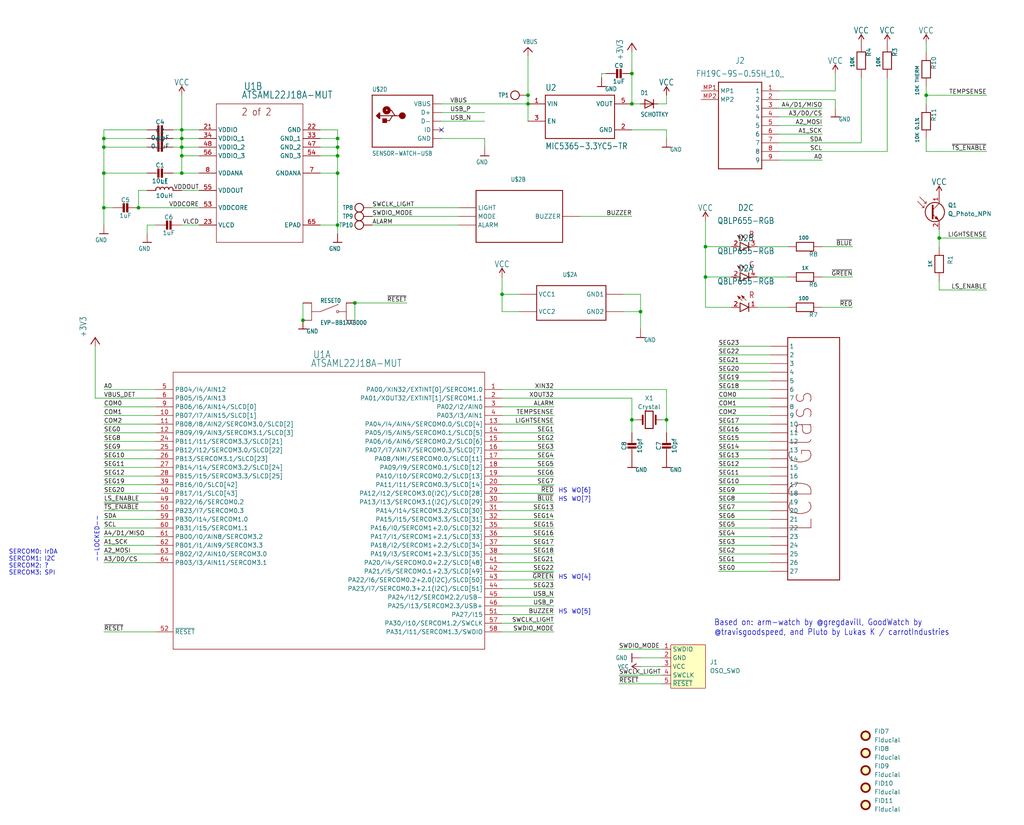
<source format=kicad_sch>
(kicad_sch (version 20211123) (generator eeschema)
  (paper "User" 300.507 242.062)
  (junction (at 185.42 123.19))
  (junction (at 154.94 27.94))
  (junction (at 88.9 93.98))
  (junction (at 30.48 40.64))
  (junction (at 185.42 21.59))
  (junction (at 207.01 72.39))
  (junction (at 99.06 45.72))
  (junction (at 53.34 43.18))
  (junction (at 99.06 66.04))
  (junction (at 30.48 60.96))
  (junction (at 53.34 40.64))
  (junction (at 30.48 50.8))
  (junction (at 99.06 40.64))
  (junction (at 185.42 30.48))
  (junction (at 40.64 60.96))
  (junction (at 187.96 91.44))
  (junction (at 271.78 27.94))
  (junction (at 195.58 123.19))
  (junction (at 53.34 45.72))
  (junction (at 207.01 81.28))
  (junction (at 53.34 50.8))
  (junction (at 53.34 38.1))
  (junction (at 154.94 30.48))
  (junction (at 30.48 43.18))
  (junction (at 104.14 88.9))
  (junction (at 99.06 43.18))
  (junction (at 275.59 69.85))
  (junction (at 99.06 50.8))
  (junction (at 147.32 86.36))
  (no_connect (at 129.54 38.1))
  (wire (pts (xy 147.32 157.48) (xy 162.56 157.48)))
  (wire (pts (xy 245.11 31.75) (xy 245.11 29.21)))
  (wire (pts (xy 187.96 30.48) (xy 185.42 30.48)))
  (wire (pts (xy 185.42 116.84) (xy 147.32 116.84)))
  (wire (pts (xy 147.32 172.72) (xy 162.56 172.72)))
  (wire (pts (xy 104.14 88.9) (xy 104.14 93.98)))
  (wire (pts (xy 181.61 190.5) (xy 194.31 190.5)))
  (wire (pts (xy 27.94 101.6) (xy 27.94 116.84)))
  (wire (pts (xy 210.82 157.48) (xy 226.06 157.48)))
  (wire (pts (xy 181.61 200.66) (xy 194.31 200.66)))
  (wire (pts (xy 53.34 43.18) (xy 53.34 40.64)))
  (wire (pts (xy 58.42 66.04) (xy 53.34 66.04)))
  (wire (pts (xy 162.56 175.26) (xy 147.32 175.26)))
  (wire (pts (xy 195.58 114.3) (xy 195.58 123.19)))
  (wire (pts (xy 275.59 85.09) (xy 289.56 85.09)))
  (wire (pts (xy 241.3 39.37) (xy 228.6 39.37)))
  (wire (pts (xy 187.96 86.36) (xy 187.96 91.44)))
  (wire (pts (xy 58.42 60.96) (xy 40.64 60.96)))
  (wire (pts (xy 210.82 132.08) (xy 226.06 132.08)))
  (wire (pts (xy 271.78 27.94) (xy 289.56 27.94)))
  (wire (pts (xy 147.32 114.3) (xy 195.58 114.3)))
  (wire (pts (xy 195.58 30.48) (xy 195.58 27.94)))
  (wire (pts (xy 30.48 149.86) (xy 45.72 149.86)))
  (wire (pts (xy 33.02 60.96) (xy 30.48 60.96)))
  (wire (pts (xy 147.32 154.94) (xy 162.56 154.94)))
  (wire (pts (xy 245.11 26.67) (xy 245.11 21.59)))
  (wire (pts (xy 177.8 21.59) (xy 176.53 21.59)))
  (wire (pts (xy 99.06 40.64) (xy 99.06 43.18)))
  (wire (pts (xy 185.42 123.19) (xy 186.69 123.19)))
  (wire (pts (xy 275.59 69.85) (xy 275.59 67.31)))
  (wire (pts (xy 210.82 137.16) (xy 226.06 137.16)))
  (wire (pts (xy 43.18 40.64) (xy 30.48 40.64)))
  (wire (pts (xy 45.72 124.46) (xy 30.48 124.46)))
  (wire (pts (xy 30.48 142.24) (xy 45.72 142.24)))
  (wire (pts (xy 147.32 165.1) (xy 162.56 165.1)))
  (wire (pts (xy 185.42 38.1) (xy 195.58 38.1)))
  (wire (pts (xy 99.06 50.8) (xy 93.98 50.8)))
  (wire (pts (xy 30.48 132.08) (xy 45.72 132.08)))
  (wire (pts (xy 58.42 50.8) (xy 53.34 50.8)))
  (wire (pts (xy 226.06 121.92) (xy 210.82 121.92)))
  (wire (pts (xy 187.96 86.36) (xy 182.88 86.36)))
  (wire (pts (xy 228.6 41.91) (xy 252.73 41.91)))
  (wire (pts (xy 109.22 63.5) (xy 134.62 63.5)))
  (wire (pts (xy 207.01 81.28) (xy 214.63 81.28)))
  (wire (pts (xy 27.94 116.84) (xy 45.72 116.84)))
  (wire (pts (xy 30.48 60.96) (xy 30.48 50.8)))
  (wire (pts (xy 154.94 30.48) (xy 154.94 27.94)))
  (wire (pts (xy 30.48 43.18) (xy 30.48 40.64)))
  (wire (pts (xy 228.6 26.67) (xy 245.11 26.67)))
  (wire (pts (xy 241.3 34.29) (xy 228.6 34.29)))
  (wire (pts (xy 147.32 81.28) (xy 147.32 86.36)))
  (wire (pts (xy 134.62 60.96) (xy 109.22 60.96)))
  (wire (pts (xy 252.73 22.86) (xy 252.73 41.91)))
  (wire (pts (xy 30.48 38.1) (xy 43.18 38.1)))
  (wire (pts (xy 30.48 147.32) (xy 45.72 147.32)))
  (wire (pts (xy 210.82 129.54) (xy 226.06 129.54)))
  (wire (pts (xy 58.42 40.64) (xy 53.34 40.64)))
  (wire (pts (xy 210.82 147.32) (xy 226.06 147.32)))
  (wire (pts (xy 53.34 38.1) (xy 53.34 27.94)))
  (wire (pts (xy 228.6 44.45) (xy 260.35 44.45)))
  (wire (pts (xy 147.32 134.62) (xy 162.56 134.62)))
  (wire (pts (xy 162.56 180.34) (xy 147.32 180.34)))
  (wire (pts (xy 210.82 160.02) (xy 226.06 160.02)))
  (wire (pts (xy 210.82 101.6) (xy 226.06 101.6)))
  (wire (pts (xy 45.72 157.48) (xy 30.48 157.48)))
  (wire (pts (xy 93.98 45.72) (xy 99.06 45.72)))
  (wire (pts (xy 207.01 72.39) (xy 214.63 72.39)))
  (wire (pts (xy 193.04 30.48) (xy 195.58 30.48)))
  (wire (pts (xy 53.34 43.18) (xy 50.8 43.18)))
  (wire (pts (xy 147.32 149.86) (xy 162.56 149.86)))
  (wire (pts (xy 271.78 30.48) (xy 271.78 27.94)))
  (wire (pts (xy 182.88 91.44) (xy 187.96 91.44)))
  (wire (pts (xy 53.34 45.72) (xy 58.42 45.72)))
  (wire (pts (xy 245.11 29.21) (xy 228.6 29.21)))
  (wire (pts (xy 147.32 160.02) (xy 162.56 160.02)))
  (wire (pts (xy 43.18 50.8) (xy 30.48 50.8)))
  (wire (pts (xy 210.82 149.86) (xy 226.06 149.86)))
  (wire (pts (xy 210.82 106.68) (xy 226.06 106.68)))
  (wire (pts (xy 147.32 144.78) (xy 162.56 144.78)))
  (wire (pts (xy 50.8 50.8) (xy 53.34 50.8)))
  (wire (pts (xy 162.56 170.18) (xy 147.32 170.18)))
  (wire (pts (xy 53.34 45.72) (xy 53.34 43.18)))
  (wire (pts (xy 207.01 72.39) (xy 207.01 81.28)))
  (wire (pts (xy 207.01 64.77) (xy 207.01 72.39)))
  (wire (pts (xy 147.32 127) (xy 162.56 127)))
  (wire (pts (xy 185.42 21.59) (xy 185.42 30.48)))
  (wire (pts (xy 147.32 132.08) (xy 162.56 132.08)))
  (wire (pts (xy 162.56 119.38) (xy 147.32 119.38)))
  (wire (pts (xy 147.32 91.44) (xy 152.4 91.44)))
  (wire (pts (xy 210.82 152.4) (xy 226.06 152.4)))
  (wire (pts (xy 53.34 38.1) (xy 50.8 38.1)))
  (wire (pts (xy 250.19 72.39) (xy 241.3 72.39)))
  (wire (pts (xy 58.42 55.88) (xy 53.34 55.88)))
  (wire (pts (xy 210.82 104.14) (xy 226.06 104.14)))
  (wire (pts (xy 30.48 129.54) (xy 45.72 129.54)))
  (wire (pts (xy 162.56 177.8) (xy 147.32 177.8)))
  (wire (pts (xy 45.72 165.1) (xy 30.48 165.1)))
  (wire (pts (xy 241.3 31.75) (xy 228.6 31.75)))
  (wire (pts (xy 195.58 38.1) (xy 195.58 40.64)))
  (wire (pts (xy 181.61 198.12) (xy 194.31 198.12)))
  (wire (pts (xy 154.94 16.51) (xy 154.94 27.94)))
  (wire (pts (xy 30.48 144.78) (xy 45.72 144.78)))
  (wire (pts (xy 210.82 144.78) (xy 226.06 144.78)))
  (wire (pts (xy 58.42 38.1) (xy 53.34 38.1)))
  (wire (pts (xy 30.48 134.62) (xy 45.72 134.62)))
  (wire (pts (xy 93.98 43.18) (xy 99.06 43.18)))
  (wire (pts (xy 53.34 40.64) (xy 53.34 38.1)))
  (wire (pts (xy 154.94 35.56) (xy 154.94 30.48)))
  (wire (pts (xy 88.9 88.9) (xy 88.9 93.98)))
  (wire (pts (xy 207.01 81.28) (xy 207.01 90.17)))
  (wire (pts (xy 43.18 43.18) (xy 30.48 43.18)))
  (wire (pts (xy 176.53 21.59) (xy 176.53 22.86)))
  (wire (pts (xy 45.72 162.56) (xy 30.48 162.56)))
  (wire (pts (xy 289.56 69.85) (xy 275.59 69.85)))
  (wire (pts (xy 187.96 193.04) (xy 194.31 193.04)))
  (wire (pts (xy 231.14 90.17) (xy 222.25 90.17)))
  (wire (pts (xy 210.82 114.3) (xy 226.06 114.3)))
  (wire (pts (xy 147.32 162.56) (xy 162.56 162.56)))
  (wire (pts (xy 129.54 30.48) (xy 154.94 30.48)))
  (wire (pts (xy 210.82 127) (xy 226.06 127)))
  (wire (pts (xy 43.18 68.58) (xy 43.18 66.04)))
  (wire (pts (xy 210.82 124.46) (xy 226.06 124.46)))
  (wire (pts (xy 99.06 43.18) (xy 99.06 45.72)))
  (wire (pts (xy 147.32 147.32) (xy 162.56 147.32)))
  (wire (pts (xy 142.24 35.56) (xy 129.54 35.56)))
  (wire (pts (xy 147.32 182.88) (xy 162.56 182.88)))
  (wire (pts (xy 210.82 111.76) (xy 226.06 111.76)))
  (wire (pts (xy 210.82 154.94) (xy 226.06 154.94)))
  (wire (pts (xy 30.48 152.4) (xy 45.72 152.4)))
  (wire (pts (xy 93.98 38.1) (xy 99.06 38.1)))
  (wire (pts (xy 43.18 66.04) (xy 45.72 66.04)))
  (wire (pts (xy 187.96 195.58) (xy 194.31 195.58)))
  (wire (pts (xy 210.82 167.64) (xy 226.06 167.64)))
  (wire (pts (xy 93.98 40.64) (xy 99.06 40.64)))
  (wire (pts (xy 210.82 109.22) (xy 226.06 109.22)))
  (wire (pts (xy 185.42 127) (xy 185.42 123.19)))
  (wire (pts (xy 147.32 139.7) (xy 162.56 139.7)))
  (wire (pts (xy 43.18 55.88) (xy 40.64 55.88)))
  (wire (pts (xy 134.62 66.04) (xy 109.22 66.04)))
  (wire (pts (xy 147.32 185.42) (xy 162.56 185.42)))
  (wire (pts (xy 260.35 22.86) (xy 260.35 44.45)))
  (wire (pts (xy 289.56 44.45) (xy 271.78 44.45)))
  (wire (pts (xy 210.82 142.24) (xy 226.06 142.24)))
  (wire (pts (xy 45.72 121.92) (xy 30.48 121.92)))
  (wire (pts (xy 30.48 50.8) (xy 30.48 43.18)))
  (wire (pts (xy 129.54 40.64) (xy 142.24 40.64)))
  (wire (pts (xy 210.82 165.1) (xy 226.06 165.1)))
  (wire (pts (xy 275.59 82.55) (xy 275.59 85.09)))
  (wire (pts (xy 99.06 38.1) (xy 99.06 40.64)))
  (wire (pts (xy 30.48 185.42) (xy 45.72 185.42)))
  (wire (pts (xy 30.48 139.7) (xy 45.72 139.7)))
  (wire (pts (xy 185.42 63.5) (xy 170.18 63.5)))
  (wire (pts (xy 142.24 33.02) (xy 129.54 33.02)))
  (wire (pts (xy 30.48 127) (xy 45.72 127)))
  (wire (pts (xy 99.06 45.72) (xy 99.06 50.8)))
  (wire (pts (xy 45.72 119.38) (xy 30.48 119.38)))
  (wire (pts (xy 147.32 86.36) (xy 147.32 91.44)))
  (wire (pts (xy 147.32 129.54) (xy 162.56 129.54)))
  (wire (pts (xy 30.48 60.96) (xy 30.48 66.04)))
  (wire (pts (xy 99.06 50.8) (xy 99.06 66.04)))
  (wire (pts (xy 271.78 25.4) (xy 271.78 27.94)))
  (wire (pts (xy 45.72 114.3) (xy 30.48 114.3)))
  (wire (pts (xy 187.96 91.44) (xy 187.96 96.52)))
  (wire (pts (xy 147.32 137.16) (xy 162.56 137.16)))
  (wire (pts (xy 226.06 119.38) (xy 210.82 119.38)))
  (wire (pts (xy 207.01 90.17) (xy 214.63 90.17)))
  (wire (pts (xy 147.32 124.46) (xy 162.56 124.46)))
  (wire (pts (xy 53.34 40.64) (xy 50.8 40.64)))
  (wire (pts (xy 226.06 116.84) (xy 210.82 116.84)))
  (wire (pts (xy 271.78 12.7) (xy 271.78 15.24)))
  (wire (pts (xy 210.82 134.62) (xy 226.06 134.62)))
  (wire (pts (xy 142.24 40.64) (xy 142.24 43.18)))
  (wire (pts (xy 210.82 162.56) (xy 226.06 162.56)))
  (wire (pts (xy 250.19 90.17) (xy 241.3 90.17)))
  (wire (pts (xy 104.14 88.9) (xy 119.38 88.9)))
  (wire (pts (xy 271.78 44.45) (xy 271.78 40.64)))
  (wire (pts (xy 45.72 160.02) (xy 30.48 160.02)))
  (wire (pts (xy 185.42 123.19) (xy 185.42 116.84)))
  (wire (pts (xy 162.56 121.92) (xy 147.32 121.92)))
  (wire (pts (xy 30.48 137.16) (xy 45.72 137.16)))
  (wire (pts (xy 99.06 66.04) (xy 99.06 68.58)))
  (wire (pts (xy 147.32 152.4) (xy 162.56 152.4)))
  (wire (pts (xy 185.42 15.24) (xy 185.42 21.59)))
  (wire (pts (xy 162.56 167.64) (xy 147.32 167.64)))
  (wire (pts (xy 93.98 66.04) (xy 99.06 66.04)))
  (wire (pts (xy 275.59 72.39) (xy 275.59 69.85)))
  (wire (pts (xy 231.14 81.28) (xy 222.25 81.28)))
  (wire (pts (xy 194.31 123.19) (xy 195.58 123.19)))
  (wire (pts (xy 40.64 55.88) (xy 40.64 60.96)))
  (wire (pts (xy 152.4 86.36) (xy 147.32 86.36)))
  (wire (pts (xy 231.14 72.39) (xy 222.25 72.39)))
  (wire (pts (xy 30.48 154.94) (xy 45.72 154.94)))
  (wire (pts (xy 53.34 50.8) (xy 53.34 45.72)))
  (wire (pts (xy 241.3 36.83) (xy 228.6 36.83)))
  (wire (pts (xy 147.32 142.24) (xy 162.56 142.24)))
  (wire (pts (xy 195.58 123.19) (xy 195.58 127)))
  (wire (pts (xy 250.19 81.28) (xy 241.3 81.28)))
  (wire (pts (xy 210.82 139.7) (xy 226.06 139.7)))
  (wire (pts (xy 241.3 46.99) (xy 228.6 46.99)))
  (wire (pts (xy 58.42 43.18) (xy 53.34 43.18)))
  (wire (pts (xy 30.48 40.64) (xy 30.48 38.1)))
  (text "Based on: arm-watch by @gregdavill, GoodWatch by\n@travisgoodspeed, and Pluto by Lukas K / carrotIndustries" (at 209.55 186.69 0) (effects (font (size 1.778 1.5113)) (justify left bottom)))
  (text "WO[7]" (at 167.64 147.32 0) (effects (font (size 1.27 1.27)) (justify left bottom)))
  (text "HS" (at 163.83 144.78 0) (effects (font (size 1.27 1.27)) (justify left bottom)))
  (text "HS" (at 163.83 170.18 0) (effects (font (size 1.27 1.27)) (justify left bottom)))
  (text "SERCOM0: IrDA\nSERCOM1: I2C\nSERCOM2: ?\nSERCOM3: SPI" (at 2.54 168.91 0) (effects (font (size 1.27 1.27)) (justify left bottom)))
  (text "--LOCKED--" (at 29.21 165.1 90) (effects (font (size 1.27 1.27)) (justify left bottom)))
  (text "WO[6]" (at 167.64 144.78 0) (effects (font (size 1.27 1.27)) (justify left bottom)))
  (text "WO[4]" (at 167.64 170.18 0) (effects (font (size 1.27 1.27)) (justify left bottom)))
  (text "HS" (at 163.83 180.34 0) (effects (font (size 1.27 1.27)) (justify left bottom)))
  (text "HS" (at 163.83 147.32 0) (effects (font (size 1.27 1.27)) (justify left bottom)))
  (text "WO[5]" (at 167.64 180.34 0) (effects (font (size 1.27 1.27)) (justify left bottom)))
  (label "SEG0" (at 30.48 127 0) (effects (font (size 1.2446 1.2446))))
  (label "SEG9" (at 30.48 132.08 0) (effects (font (size 1.2446 1.2446))))
  (label "LIGHTSENSE" (at 289.56 69.85 180))
  (label "SEG21" (at 162.56 165.1 180) (effects (font (size 1.2446 1.2446))))
  (label "SEG20" (at 210.82 109.22 0) (effects (font (size 1.2446 1.2446))))
  (label "LS_ENABLE" (at 30.48 147.32 0))
  (label "~{RESET}" (at 30.48 185.42 0) (effects (font (size 1.2446 1.2446))))
  (label "USB_N" (at 162.56 175.26 180) (effects (font (size 1.2446 1.2446))))
  (label "SEG10" (at 210.82 142.24 0) (effects (font (size 1.2446 1.2446))))
  (label "SEG3" (at 210.82 160.02 0) (effects (font (size 1.2446 1.2446))))
  (label "VBUS_DET" (at 30.48 116.84 0) (effects (font (size 1.2446 1.2446))))
  (label "USB_N" (at 132.08 35.56 0) (effects (font (size 1.2446 1.2446))))
  (label "SEG9" (at 210.82 144.78 0) (effects (font (size 1.2446 1.2446))))
  (label "SEG7" (at 162.56 142.24 180) (effects (font (size 1.2446 1.2446))))
  (label "SWCLK_LIGHT" (at 109.22 60.96 0) (effects (font (size 1.2446 1.2446))))
  (label "SEG23" (at 162.56 172.72 180) (effects (font (size 1.2446 1.2446))))
  (label "SEG3" (at 162.56 132.08 180) (effects (font (size 1.2446 1.2446))))
  (label "SEG23" (at 210.82 101.6 0) (effects (font (size 1.2446 1.2446))))
  (label "SEG13" (at 162.56 149.86 180) (effects (font (size 1.2446 1.2446))))
  (label "~{BLUE}" (at 250.19 72.39 180) (effects (font (size 1.2446 1.2446))))
  (label "USB_P" (at 162.56 177.8 180) (effects (font (size 1.2446 1.2446))))
  (label "SEG16" (at 210.82 127 0) (effects (font (size 1.2446 1.2446))))
  (label "SEG5" (at 210.82 154.94 0) (effects (font (size 1.2446 1.2446))))
  (label "COM1" (at 30.48 121.92 0) (effects (font (size 1.2446 1.2446))))
  (label "SEG12" (at 210.82 137.16 0) (effects (font (size 1.2446 1.2446))))
  (label "SEG5" (at 162.56 137.16 180) (effects (font (size 1.2446 1.2446))))
  (label "SEG13" (at 210.82 134.62 0) (effects (font (size 1.2446 1.2446))))
  (label "COM1" (at 210.82 119.38 0) (effects (font (size 1.2446 1.2446))))
  (label "SDA" (at 241.3 41.91 180) (effects (font (size 1.2446 1.2446))))
  (label "BUZZER" (at 162.56 180.34 180) (effects (font (size 1.2446 1.2446))))
  (label "SEG10" (at 30.48 134.62 0) (effects (font (size 1.2446 1.2446))))
  (label "SEG12" (at 30.48 139.7 0) (effects (font (size 1.2446 1.2446))))
  (label "A1_SCK" (at 241.3 39.37 180) (effects (font (size 1.2446 1.2446))))
  (label "COM2" (at 210.82 121.92 0) (effects (font (size 1.2446 1.2446))))
  (label "A2_MOSI" (at 241.3 36.83 180) (effects (font (size 1.2446 1.2446))))
  (label "SEG11" (at 30.48 137.16 0) (effects (font (size 1.2446 1.2446))))
  (label "SWCLK_LIGHT" (at 181.61 198.12 0) (effects (font (size 1.2446 1.2446))))
  (label "A2_MOSI" (at 30.48 162.56 0) (effects (font (size 1.2446 1.2446))))
  (label "LS_ENABLE" (at 289.56 85.09 180))
  (label "SEG7" (at 210.82 149.86 0) (effects (font (size 1.2446 1.2446))))
  (label "SWDIO_MODE" (at 181.61 190.5 0) (effects (font (size 1.2446 1.2446))))
  (label "SWDIO_MODE" (at 162.56 185.42 180) (effects (font (size 1.2446 1.2446))))
  (label "SEG0" (at 210.82 167.64 0) (effects (font (size 1.2446 1.2446))))
  (label "SEG20" (at 30.48 144.78 0) (effects (font (size 1.2446 1.2446))))
  (label "SCL" (at 30.48 154.94 0) (effects (font (size 1.2446 1.2446))))
  (label "SEG2" (at 162.56 129.54 180) (effects (font (size 1.2446 1.2446))))
  (label "~{TS_ENABLE}" (at 289.56 44.45 180))
  (label "~{RESET}" (at 119.38 88.9 180) (effects (font (size 1.2446 1.2446))))
  (label "SEG21" (at 210.82 106.68 0) (effects (font (size 1.2446 1.2446))))
  (label "SWDIO_MODE" (at 109.22 63.5 0) (effects (font (size 1.2446 1.2446))))
  (label "SEG4" (at 210.82 157.48 0) (effects (font (size 1.2446 1.2446))))
  (label "SEG15" (at 210.82 129.54 0) (effects (font (size 1.2446 1.2446))))
  (label "SEG1" (at 162.56 127 180) (effects (font (size 1.2446 1.2446))))
  (label "A3/D0/CS" (at 30.48 165.1 0) (effects (font (size 1.2446 1.2446))))
  (label "SEG8" (at 30.48 129.54 0) (effects (font (size 1.2446 1.2446))))
  (label "SEG19" (at 210.82 111.76 0) (effects (font (size 1.2446 1.2446))))
  (label "~{BLUE}" (at 162.56 147.32 180))
  (label "~{RED}" (at 162.56 144.78 180))
  (label "A0" (at 30.48 114.3 0) (effects (font (size 1.2446 1.2446))))
  (label "A3/D0/CS" (at 241.3 34.29 180) (effects (font (size 1.2446 1.2446))))
  (label "SEG14" (at 210.82 132.08 0) (effects (font (size 1.2446 1.2446))))
  (label "SCL" (at 241.3 44.45 180) (effects (font (size 1.2446 1.2446))))
  (label "SEG8" (at 210.82 147.32 0) (effects (font (size 1.2446 1.2446))))
  (label "~{TS_ENABLE}" (at 30.48 149.86 0))
  (label "USB_P" (at 132.08 33.02 0) (effects (font (size 1.2446 1.2446))))
  (label "VDDOUT" (at 58.42 55.88 180))
  (label "SEG2" (at 210.82 162.56 0) (effects (font (size 1.2446 1.2446))))
  (label "SEG19" (at 30.48 142.24 0) (effects (font (size 1.2446 1.2446))))
  (label "A1_SCK" (at 30.48 160.02 0) (effects (font (size 1.2446 1.2446))))
  (label "SEG6" (at 162.56 139.7 180) (effects (font (size 1.2446 1.2446))))
  (label "SEG17" (at 162.56 160.02 180) (effects (font (size 1.2446 1.2446))))
  (label "SEG1" (at 210.82 165.1 0) (effects (font (size 1.2446 1.2446))))
  (label "SEG17" (at 210.82 124.46 0) (effects (font (size 1.2446 1.2446))))
  (label "SEG16" (at 162.56 157.48 180) (effects (font (size 1.2446 1.2446))))
  (label "~{RED}" (at 250.19 90.17 180) (effects (font (size 1.2446 1.2446))))
  (label "VDDCORE" (at 58.42 60.96 180))
  (label "SEG4" (at 162.56 134.62 180) (effects (font (size 1.2446 1.2446))))
  (label "XOUT32" (at 162.56 116.84 180) (effects (font (size 1.2446 1.2446))))
  (label "ALARM" (at 162.56 119.38 180) (effects (font (size 1.2446 1.2446))))
  (label "XIN32" (at 162.56 114.3 180) (effects (font (size 1.2446 1.2446))))
  (label "~{GREEN}" (at 162.56 170.18 180))
  (label "VBUS" (at 132.08 30.48 0) (effects (font (size 1.2446 1.2446))))
  (label "TEMPSENSE" (at 289.56 27.94 180))
  (label "VLCD" (at 58.42 66.04 180))
  (label "SWCLK_LIGHT" (at 162.56 182.88 180) (effects (font (size 1.2446 1.2446))))
  (label "BUZZER" (at 185.42 63.5 180) (effects (font (size 1.2446 1.2446))))
  (label "~{GREEN}" (at 250.19 81.28 180) (effects (font (size 1.2446 1.2446))))
  (label "ALARM" (at 109.22 66.04 0) (effects (font (size 1.2446 1.2446))))
  (label "SEG22" (at 210.82 104.14 0) (effects (font (size 1.2446 1.2446))))
  (label "SEG18" (at 210.82 114.3 0) (effects (font (size 1.2446 1.2446))))
  (label "SEG15" (at 162.56 154.94 180) (effects (font (size 1.2446 1.2446))))
  (label "SEG22" (at 162.56 167.64 180) (effects (font (size 1.2446 1.2446))))
  (label "SEG6" (at 210.82 152.4 0) (effects (font (size 1.2446 1.2446))))
  (label "A4/D1/MISO" (at 30.48 157.48 0) (effects (font (size 1.2446 1.2446))))
  (label "A0" (at 241.3 46.99 180) (effects (font (size 1.2446 1.2446))))
  (label "SEG18" (at 162.56 162.56 180) (effects (font (size 1.2446 1.2446))))
  (label "COM0" (at 30.48 119.38 0) (effects (font (size 1.2446 1.2446))))
  (label "COM2" (at 30.48 124.46 0) (effects (font (size 1.2446 1.2446))))
  (label "TEMPSENSE" (at 162.56 121.92 180))
  (label "SEG11" (at 210.82 139.7 0) (effects (font (size 1.2446 1.2446))))
  (label "COM0" (at 210.82 116.84 0) (effects (font (size 1.2446 1.2446))))
  (label "SEG14" (at 162.56 152.4 180) (effects (font (size 1.2446 1.2446))))
  (label "LIGHTSENSE" (at 162.56 124.46 180))
  (label "~{RESET}" (at 181.61 200.66 0) (effects (font (size 1.2446 1.2446))))
  (label "A4/D1/MISO" (at 241.3 31.75 180) (effects (font (size 1.2446 1.2446))))
  (label "SDA" (at 30.48 152.4 0) (effects (font (size 1.2446 1.2446))))
  (symbol (lib_id "Mechanical:Fiducial") (at 254 231.14 0) (unit 1)
    (property "Reference" "FID10" (at 256.54 229.8699 0) (effects (justify left)))
    (property "Value" "Fiducial" (at 256.54 232.4099 0) (effects (justify left)))
    (property "Footprint" "Fiducial:Fiducial_0.75mm_Mask1.5mm" (effects hide))
  )
  (symbol (lib_id "OSO-SWAT-A1-05-eagle-import:VCC") (at 147.32 81.28 0) (unit 1)
    (property "Reference" "#SUPPLY02" (effects hide))
    (property "Value" "VCC" (at 147.32 78.486 0) (effects (font (size 1.778 1.5113)) (justify bottom)))
    (property "Footprint" "OSO-SWAT-A1-05:" (effects hide))
  )
  (symbol (lib_id "Device:Crystal") (at 190.5 123.19 0) (unit 1)
    (property "Reference" "X1" (at 190.5 116.84 0))
    (property "Value" "Crystal" (at 190.5 119.38 0))
    (property "Footprint" "Crystal:Crystal_SMD_3215-2Pin_3.2x1.5mm" (effects hide))
  )
  (symbol (lib_id "OSO-SWAT-A1-05-eagle-import:VCC") (at 53.34 27.94 0) (unit 1)
    (property "Reference" "#SUPPLY01" (effects hide))
    (property "Value" "VCC" (at 53.34 25.146 0) (effects (font (size 1.778 1.5113)) (justify bottom)))
    (property "Footprint" "OSO-SWAT-A1-05:" (effects hide))
  )
  (symbol (lib_id "OSO-SWAT-A1-05-eagle-import:RESISTOR_0603MP") (at 236.22 81.28 180) (unit 1)
    (property "Reference" "R6" (at 240.03 82.7786 0) (effects (justify left bottom)))
    (property "Value" "1K" (at 237.49 77.978 0) (effects (font (size 1.016 1.016) bold) (justify left bottom)))
    (property "Footprint" "Resistor_SMD:R_0603_1608Metric" (effects hide))
  )
  (symbol (lib_id "OSO-SWAT-A1-05-eagle-import:GND") (at 43.18 71.12 0) (unit 1)
    (property "Reference" "#GND02" (effects hide))
    (property "Value" "GND" (at 40.64 73.66 0) (effects (font (size 1.27 1.0795)) (justify left bottom)))
    (property "Footprint" "OSO-SWAT-A1-05:" (effects hide))
  )
  (symbol (lib_id "OSO-SWAT-A1-05-eagle-import:RESISTOR_0603MP") (at 236.22 72.39 180) (unit 1)
    (property "Reference" "R8" (at 240.03 73.8886 0) (effects (justify left bottom)))
    (property "Value" "100" (at 237.49 69.088 0) (effects (font (size 1.016 1.016) bold) (justify left bottom)))
    (property "Footprint" "Resistor_SMD:R_0603_1608Metric" (effects hide))
  )
  (symbol (lib_id "OSO-SWAT-A1-05-eagle-import:RESISTOR_0603MP") (at 260.35 17.78 270) (unit 1)
    (property "Reference" "R3" (at 261.8486 13.97 0) (effects (justify left bottom)))
    (property "Value" "10K" (at 257.048 16.51 0) (effects (font (size 1.016 1.016) bold) (justify left bottom)))
    (property "Footprint" "Resistor_SMD:R_0603_1608Metric" (effects hide))
  )
  (symbol (lib_id "OSO-SWAT-A1-05-eagle-import:CAP_CERAMIC_0402MP") (at 185.42 132.08 0) (unit 1)
    (property "Reference" "C8" (at 183.13 130.83 90))
    (property "Value" "10pf" (at 187.72 130.83 90))
    (property "Footprint" "Capacitor_SMD:C_0402_1005Metric" (effects hide))
  )
  (symbol (lib_id "OSO-SWAT-A1-05-eagle-import:ATSAML22J18A-MUT") (at 76.2 50.8 0) (unit 2)
    (property "Reference" "U1" (at 71.4756 26.4414 0) (effects (font (size 2.0828 1.7703)) (justify left bottom)))
    (property "Value" "ATSAML22J18A-MUT" (at 70.8406 28.9814 0) (effects (font (size 2.0828 1.7703)) (justify left bottom)))
    (property "Footprint" "OSO-SWAT-A1-05:QFN64_9X9MC_MCH" (effects hide))
  )
  (symbol (lib_id "OSO-SWAT-A1-05-eagle-import:VCC") (at 207.01 64.77 0) (unit 1)
    (property "Reference" "#SUPPLY0104" (effects hide))
    (property "Value" "VCC" (at 207.01 61.976 0) (effects (font (size 1.778 1.5113)) (justify bottom)))
    (property "Footprint" "OSO-SWAT-A1-05:" (effects hide))
  )
  (symbol (lib_id "OSO-SWAT-A1-05-eagle-import:MICROBUILDER_TESTPOINTROUND1.5MM") (at 109.22 63.5 90) (unit 1)
    (property "Reference" "TP9" (at 103.632 63.5 90) (effects (font (size 1.27 1.0795)) (justify left)))
    (property "Value" "MICROBUILDER_TESTPOINTROUND1.5MM" (effects hide))
    (property "Footprint" "OSO-SWAT-A1-05:MICROBUILDER_TESTPOINT_ROUND_1.5MM" (effects hide))
  )
  (symbol (lib_id "OSO-SWAT-A1-05-eagle-import:MIC5365-3.3YC5-TR") (at 170.18 33.02 0) (unit 1)
    (property "Reference" "U2" (at 160.02 26.67 0) (effects (font (size 1.778 1.5113)) (justify left bottom)))
    (property "Value" "MIC5365-3.3YC5-TR" (at 160.02 41.91 0) (effects (font (size 1.778 1.5113)) (justify left top)))
    (property "Footprint" "OSO-SWAT-A1-05:SOT65P210X110-5N" (effects hide))
  )
  (symbol (lib_id "OSO-SWAT-A1-05-eagle-import:CAP_CERAMIC_0603MP") (at 48.26 66.04 270) (unit 1)
    (property "Reference" "C6" (at 49.51 63.75 90))
    (property "Value" "1uF" (at 49.51 68.34 90))
    (property "Footprint" "Capacitor_SMD:C_0603_1608Metric" (effects hide))
  )
  (symbol (lib_id "OSO-SWAT-A1-05-eagle-import:CAP_CERAMIC_0603MP") (at 45.72 40.64 270) (unit 1)
    (property "Reference" "C2" (at 46.97 38.35 90))
    (property "Value" "0.1uF" (at 46.97 42.94 90))
    (property "Footprint" "Capacitor_SMD:C_0603_1608Metric" (effects hide))
  )
  (symbol (lib_id "OSO-SWAT-A1-05-eagle-import:RESISTOR_0603MP") (at 271.78 20.32 270) (unit 1)
    (property "Reference" "R10" (at 273.2786 16.51 0) (effects (justify left bottom)))
    (property "Value" "10K THERM" (at 268.478 19.05 0) (effects (font (size 1.016 1.016) bold) (justify left bottom)))
    (property "Footprint" "Resistor_SMD:R_0603_1608Metric" (effects hide))
  )
  (symbol (lib_id "OSO-SWAT-A1-05-eagle-import:VCC") (at 271.78 12.7 0) (unit 1)
    (property "Reference" "#SUPPLY0106" (effects hide))
    (property "Value" "VCC" (at 271.78 9.906 0) (effects (font (size 1.778 1.5113)) (justify bottom)))
    (property "Footprint" "OSO-SWAT-A1-05:" (effects hide))
  )
  (symbol (lib_id "OSO-SWAT-A1-05-eagle-import:DIODESOD-323F") (at 190.5 30.48 0) (unit 1)
    (property "Reference" "D1" (at 187.96 27.94 0) (effects (font (size 1.27 1.0795)) (justify left bottom)))
    (property "Value" "SCHOTTKY" (at 187.96 34.29 0) (effects (font (size 1.27 1.0795)) (justify left bottom)))
    (property "Footprint" "OSO-SWAT-A1-05:SOD-323F" (effects hide))
  )
  (symbol (lib_id "OSO-SWAT-A1-05-eagle-import:MICROBUILDER_INDUCTOR_0805MP") (at 48.26 55.88 0) (unit 1)
    (property "Reference" "L1" (at 48.26 53.34 0))
    (property "Value" "10uH" (at 48.26 57.42 0))
    (property "Footprint" "Inductor_SMD:L_0805_2012Metric" (effects hide))
  )
  (symbol (lib_id "OSO-SWAT-A1-05-eagle-import:+3V3") (at 185.42 12.7 0) (unit 1)
    (property "Reference" "#+3V026" (effects hide))
    (property "Value" "+3V3" (at 182.88 17.78 90) (effects (font (size 1.778 1.5113)) (justify left bottom)))
    (property "Footprint" "OSO-SWAT-A1-05:" (effects hide))
  )
  (symbol (lib_id "OSO-SWAT-A1-05-eagle-import:ATSAML22J18A-MUT") (at 96.52 149.86 0) (unit 1)
    (property "Reference" "U1" (at 91.7956 105.1814 0) (effects (font (size 2.0828 1.7703)) (justify left bottom)))
    (property "Value" "ATSAML22J18A-MUT" (at 91.1606 107.7214 0) (effects (font (size 2.0828 1.7703)) (justify left bottom)))
    (property "Footprint" "OSO-SWAT-A1-05:QFN64_9X9MC_MCH" (effects hide))
  )
  (symbol (lib_id "OSO-SWAT-A1-05-eagle-import:GND") (at 142.24 45.72 0) (unit 1)
    (property "Reference" "#GND03" (effects hide))
    (property "Value" "GND" (at 139.7 48.26 0) (effects (font (size 1.27 1.0795)) (justify left bottom)))
    (property "Footprint" "OSO-SWAT-A1-05:" (effects hide))
  )
  (symbol (lib_id "OSO-SWAT-A1-05-eagle-import:GND") (at 195.58 137.16 0) (mirror y) (unit 1)
    (property "Reference" "#U$03" (effects hide))
    (property "Value" "GND" (at 196.596 137.16 0) (effects (font (size 1.27 1.0795)) (justify right top)))
    (property "Footprint" "OSO-SWAT-A1-05:" (effects hide))
  )
  (symbol (lib_id "OSO-SWAT-A1-05-eagle-import:VCC") (at 187.96 195.58 90) (unit 1)
    (property "Reference" "#SUPPLY0102" (effects hide))
    (property "Value" "VCC" (at 182.88 195.58 90) (effects (font (size 1.0795 1.0795))))
    (property "Footprint" "OSO-SWAT-A1-05:" (effects hide))
  )
  (symbol (lib_id "OSO-SWAT-A1-05-eagle-import:FH19C-9S-0.5SH_10_") (at 205.74 26.67 0) (unit 1)
    (property "Reference" "J2" (at 217.17 17.78 0) (effects (font (size 1.778 1.5113))))
    (property "Value" "FH19C-9S-0.5SH_10_" (at 217.17 21.59 0) (effects (font (size 1.778 1.5113))))
    (property "Footprint" "OSO-SWAT-A1-05:FH19C9S05SH10" (effects hide))
  )
  (symbol (lib_id "Mechanical:Fiducial") (at 254 215.9 0) (unit 1)
    (property "Reference" "FID7" (at 256.54 214.6299 0) (effects (justify left)))
    (property "Value" "Fiducial" (at 256.54 217.1699 0) (effects (justify left)))
    (property "Footprint" "Fiducial:Fiducial_0.75mm_Mask1.5mm" (effects hide))
  )
  (symbol (lib_id "OSO-SWAT-A1-05-eagle-import:GND") (at 176.53 25.4 0) (mirror y) (unit 1)
    (property "Reference" "#U$0101" (effects hide))
    (property "Value" "GND" (at 177.546 25.4 0) (effects (font (size 1.27 1.0795)) (justify right top)))
    (property "Footprint" "OSO-SWAT-A1-05:" (effects hide))
  )
  (symbol (lib_id "OSO-SWAT-A1-05-eagle-import:VCC") (at 260.35 12.7 0) (unit 1)
    (property "Reference" "#SUPPLY0101" (effects hide))
    (property "Value" "VCC" (at 260.35 9.906 0) (effects (font (size 1.778 1.5113)) (justify bottom)))
    (property "Footprint" "OSO-SWAT-A1-05:" (effects hide))
  )
  (symbol (lib_id "OSO-SWAT-A1-05-eagle-import:CAP_CERAMIC_0402MP") (at 195.58 132.08 0) (unit 1)
    (property "Reference" "C7" (at 193.29 130.83 90))
    (property "Value" "10pf" (at 197.88 130.83 90))
    (property "Footprint" "Capacitor_SMD:C_0402_1005Metric" (effects hide))
  )
  (symbol (lib_id "OSO-SWAT-A1-05-eagle-import:CAP_CERAMIC_0603MP") (at 35.56 60.96 270) (unit 1)
    (property "Reference" "C5" (at 36.81 58.67 90))
    (property "Value" "1uF" (at 36.81 63.26 90))
    (property "Footprint" "Capacitor_SMD:C_0603_1608Metric" (effects hide))
  )
  (symbol (lib_id "OSO-SWAT-A1-05-eagle-import:RESISTOR_0603MP") (at 252.73 17.78 270) (unit 1)
    (property "Reference" "R4" (at 254.2286 13.97 0) (effects (justify left bottom)))
    (property "Value" "10K" (at 249.428 16.51 0) (effects (font (size 1.016 1.016) bold) (justify left bottom)))
    (property "Footprint" "Resistor_SMD:R_0603_1608Metric" (effects hide))
  )
  (symbol (lib_id "OSO-SWAT-A1-05-eagle-import:GND") (at 88.9 96.52 0) (mirror y) (unit 1)
    (property "Reference" "#U$04" (effects hide))
    (property "Value" "GND" (at 89.916 96.52 0) (effects (font (size 1.27 1.0795)) (justify right top)))
    (property "Footprint" "OSO-SWAT-A1-05:" (effects hide))
  )
  (symbol (lib_id "OSO-SWAT-A1-05-eagle-import:VCC") (at 252.73 12.7 0) (unit 1)
    (property "Reference" "#SUPPLY0103" (effects hide))
    (property "Value" "VCC" (at 252.73 9.906 0) (effects (font (size 1.778 1.5113)) (justify bottom)))
    (property "Footprint" "OSO-SWAT-A1-05:" (effects hide))
  )
  (symbol (lib_id "OSO-SWAT-A1-05-eagle-import:RESISTOR_0603MP") (at 271.78 35.56 270) (unit 1)
    (property "Reference" "R11" (at 273.2786 31.75 0) (effects (justify left bottom)))
    (property "Value" "10K 0.1%" (at 268.478 34.29 0) (effects (font (size 1.016 1.016) bold) (justify left bottom)))
    (property "Footprint" "Resistor_SMD:R_0603_1608Metric" (effects hide))
  )
  (symbol (lib_id "OSO-SWAT-A1-05-eagle-import:SENSOR-WATCH-USB") (at 167.64 88.9 0) (unit 1)
    (property "Reference" "U$2" (at 165.1 81.28 0) (effects (font (size 1.27 1.0795)) (justify left bottom)))
    (property "Value" "SENSOR-WATCH-USB" (effects hide))
    (property "Footprint" "OSO-SWAT-A1-05:CASIO-F91W-OUTLINE-USB" (effects hide))
  )
  (symbol (lib_id "OSO-SWAT-A1-05-eagle-import:VBUS") (at 154.94 13.97 0) (unit 1)
    (property "Reference" "#U$08" (effects hide))
    (property "Value" "VBUS" (at 153.416 12.954 0) (effects (font (size 1.27 1.0795)) (justify left bottom)))
    (property "Footprint" "OSO-SWAT-A1-05:" (effects hide))
  )
  (symbol (lib_id "OSO-SWAT-A1-05-eagle-import:MICROBUILDER_TESTPOINTROUND1.5MM") (at 154.94 27.94 90) (unit 1)
    (property "Reference" "TP1" (at 149.352 27.94 90) (effects (font (size 1.27 1.0795)) (justify left)))
    (property "Value" "MICROBUILDER_TESTPOINTROUND1.5MM" (effects hide))
    (property "Footprint" "OSO-SWAT-A1-05:MICROBUILDER_TESTPOINT_ROUND_1.5MM" (effects hide))
  )
  (symbol (lib_id "Mechanical:Fiducial") (at 254 236.22 0) (unit 1)
    (property "Reference" "FID11" (at 256.54 234.9499 0) (effects (justify left)))
    (property "Value" "Fiducial" (at 256.54 237.4899 0) (effects (justify left)))
    (property "Footprint" "Fiducial:Fiducial_0.75mm_Mask1.5mm" (effects hide))
  )
  (symbol (lib_id "OSO-SWAT-A1-05-eagle-import:GND") (at 187.96 99.06 0) (mirror y) (unit 1)
    (property "Reference" "#U$01" (effects hide))
    (property "Value" "GND" (at 188.976 99.06 0) (effects (font (size 1.27 1.0795)) (justify right top)))
    (property "Footprint" "OSO-SWAT-A1-05:" (effects hide))
  )
  (symbol (lib_id "OSO-SWAT-A1-05-eagle-import:CAP_CERAMIC_0603MP") (at 45.72 43.18 270) (unit 1)
    (property "Reference" "C3" (at 46.97 40.89 90))
    (property "Value" "0.1uF" (effects hide))
    (property "Footprint" "Capacitor_SMD:C_0603_1608Metric" (effects hide))
  )
  (symbol (lib_id "OSO-SWAT-A1-05-eagle-import:QBLP655-RGB") (at 217.17 90.17 0) (unit 1)
    (property "Reference" "D2" (at 218.871 78.74 0) (effects (font (size 1.7807 1.5135))))
    (property "Value" "QBLP655-RGB" (at 218.871 82.55 0) (effects (font (size 1.7794 1.5124))))
    (property "Footprint" "OSO-SWAT-A1-05:LED_QBLP655_RGB" (effects hide))
  )
  (symbol (lib_id "OSO-SWAT-A1-05-eagle-import:CAP_CERAMIC_0603MP") (at 180.34 21.59 270) (unit 1)
    (property "Reference" "C9" (at 181.59 19.3 90))
    (property "Value" "1uF" (at 181.59 23.89 90))
    (property "Footprint" "Capacitor_SMD:C_0603_1608Metric" (effects hide))
  )
  (symbol (lib_id "OSO-SWAT-A1-05-eagle-import:GND") (at 185.42 193.04 270) (mirror x) (unit 1)
    (property "Reference" "#U$0102" (effects hide))
    (property "Value" "GND" (at 184.15 193.04 90) (effects (font (size 1.27 1.0795)) (justify right)))
    (property "Footprint" "OSO-SWAT-A1-05:" (effects hide))
  )
  (symbol (lib_id "OSO-SWAT-A1-05-eagle-import:VCC") (at 245.11 21.59 0) (unit 1)
    (property "Reference" "#SUPPLY0105" (effects hide))
    (property "Value" "VCC" (at 245.11 18.796 0) (effects (font (size 1.778 1.5113)) (justify bottom)))
    (property "Footprint" "OSO-SWAT-A1-05:" (effects hide))
  )
  (symbol (lib_id "OSO-SWD:OSO_SWD") (at 201.93 195.58 0) (unit 1)
    (property "Reference" "J1" (at 208.28 194.3099 0) (effects (justify left)))
    (property "Value" "OSO_SWD" (at 208.28 196.8499 0) (effects (justify left)))
    (property "Footprint" "OSO-SWD:OSO_SWD_2x3" (effects hide))
  )
  (symbol (lib_id "OSO-SWAT-A1-05-eagle-import:RESISTOR_0603MP") (at 236.22 90.17 180) (unit 1)
    (property "Reference" "R7" (at 240.03 91.6686 0) (effects (justify left bottom)))
    (property "Value" "100" (at 237.49 86.868 0) (effects (font (size 1.016 1.016) bold) (justify left bottom)))
    (property "Footprint" "Resistor_SMD:R_0603_1608Metric" (effects hide))
  )
  (symbol (lib_id "Mechanical:Fiducial") (at 254 226.06 0) (unit 1)
    (property "Reference" "FID9" (at 256.54 224.7899 0) (effects (justify left)))
    (property "Value" "Fiducial" (at 256.54 227.3299 0) (effects (justify left)))
    (property "Footprint" "Fiducial:Fiducial_0.75mm_Mask1.5mm" (effects hide))
  )
  (symbol (lib_id "OSO-SWAT-A1-05-eagle-import:RESISTOR_0603MP") (at 275.59 77.47 270) (unit 1)
    (property "Reference" "R1" (at 278.13 74.93 0) (effects (justify left bottom)))
    (property "Value" "1K" (at 272.288 76.2 0) (effects (font (size 1.016 1.016) bold) (justify left bottom)))
    (property "Footprint" "Resistor_SMD:R_0603_1608Metric" (effects hide))
  )
  (symbol (lib_id "OSO-SWAT-A1-05-eagle-import:GND") (at 30.48 68.58 0) (unit 1)
    (property "Reference" "#GND014" (effects hide))
    (property "Value" "GND" (at 27.94 71.12 0) (effects (font (size 1.27 1.0795)) (justify left bottom)))
    (property "Footprint" "OSO-SWAT-A1-05:" (effects hide))
  )
  (symbol (lib_id "OSO-SWAT-A1-05-eagle-import:MICROBUILDER_TESTPOINTROUND1.5MM") (at 109.22 60.96 90) (unit 1)
    (property "Reference" "TP8" (at 103.632 60.96 90) (effects (font (size 1.27 1.0795)) (justify left)))
    (property "Value" "MICROBUILDER_TESTPOINTROUND1.5MM" (effects hide))
    (property "Footprint" "OSO-SWAT-A1-05:MICROBUILDER_TESTPOINT_ROUND_1.5MM" (effects hide))
  )
  (symbol (lib_id "OSO-SWAT-A1-05-eagle-import:QBLP655-RGB") (at 217.17 81.28 0) (unit 2)
    (property "Reference" "D2" (at 218.871 69.85 0) (effects (font (size 1.7807 1.5135))))
    (property "Value" "QBLP655-RGB" (at 218.871 73.66 0) (effects (font (size 1.7794 1.5124))))
    (property "Footprint" "OSO-SWAT-A1-05:LED_QBLP655_RGB" (effects hide))
  )
  (symbol (lib_id "OSO-SWAT-A1-05-eagle-import:QBLP655-RGB") (at 217.17 72.39 0) (unit 3)
    (property "Reference" "D2" (at 218.871 60.96 0) (effects (font (size 1.7807 1.5135))))
    (property "Value" "QBLP655-RGB" (at 218.871 64.77 0) (effects (font (size 1.7794 1.5124))))
    (property "Footprint" "OSO-SWAT-A1-05:LED_QBLP655_RGB" (effects hide))
  )
  (symbol (lib_id "OSO-SWAT-A1-05-eagle-import:MICROBUILDER_TESTPOINTROUND1.5MM") (at 109.22 66.04 90) (unit 1)
    (property "Reference" "TP10" (at 103.632 66.04 90) (effects (font (size 1.27 1.0795)) (justify left)))
    (property "Value" "MICROBUILDER_TESTPOINTROUND1.5MM" (effects hide))
    (property "Footprint" "OSO-SWAT-A1-05:MICROBUILDER_TESTPOINT_ROUND_1.5MM" (effects hide))
  )
  (symbol (lib_id "OSO-SWAT-A1-05-eagle-import:VCC") (at 195.58 27.94 0) (unit 1)
    (property "Reference" "#SUPPLY08" (effects hide))
    (property "Value" "VCC" (at 195.58 25.146 0) (effects (font (size 1.778 1.5113)) (justify bottom)))
    (property "Footprint" "OSO-SWAT-A1-05:" (effects hide))
  )
  (symbol (lib_id "OSO-SWAT-A1-05-eagle-import:CAP_CERAMIC_0603MP") (at 45.72 38.1 270) (unit 1)
    (property "Reference" "C4" (at 46.97 35.81 90))
    (property "Value" "0.1uF" (at 46.97 40.4 90))
    (property "Footprint" "Capacitor_SMD:C_0603_1608Metric" (effects hide))
  )
  (symbol (lib_id "OSO-SWAT-A1-05-eagle-import:EVP-BB1AAB000") (at 96.52 91.44 0) (unit 1)
    (property "Reference" "RESET0" (at 93.98 88.9 0) (effects (font (size 1.27 1.0795)) (justify left bottom)))
    (property "Value" "EVP-BB1AAB000" (at 93.98 93.98 0) (effects (font (size 1.27 1.0795)) (justify left top)))
    (property "Footprint" "OSO-SWAT-A1-05:SW_EVP-BB1AAB000" (effects hide))
  )
  (symbol (lib_id "OSO-SWAT-A1-05-eagle-import:GND") (at 185.42 137.16 0) (mirror y) (unit 1)
    (property "Reference" "#U$09" (effects hide))
    (property "Value" "GND" (at 186.436 137.16 0) (effects (font (size 1.27 1.0795)) (justify right top)))
    (property "Footprint" "OSO-SWAT-A1-05:" (effects hide))
  )
  (symbol (lib_id "OSO-SWAT-A1-05-eagle-import:GND") (at 99.06 71.12 0) (unit 1)
    (property "Reference" "#GND04" (effects hide))
    (property "Value" "GND" (at 96.52 73.66 0) (effects (font (size 1.27 1.0795)) (justify left bottom)))
    (property "Footprint" "OSO-SWAT-A1-05:" (effects hide))
  )
  (symbol (lib_id "OSO-SWAT-A1-05-eagle-import:SENSOR-WATCH-USB") (at 119.38 35.56 0) (unit 4)
    (property "Reference" "U$2" (at 109.22 26.924 0) (effects (font (size 1.27 1.0795)) (justify left bottom)))
    (property "Value" "SENSOR-WATCH-USB" (at 109.22 45.72 0) (effects (font (size 1.27 1.0795)) (justify left bottom)))
    (property "Footprint" "OSO-SWAT-A1-05:CASIO-F91W-OUTLINE-USB" (effects hide))
  )
  (symbol (lib_id "OSO-SWAT-A1-05-eagle-import:CAP_CERAMIC_0603MP") (at 45.72 50.8 270) (unit 1)
    (property "Reference" "C1" (at 46.97 48.51 90))
    (property "Value" "10uF" (at 46.97 53.1 90))
    (property "Footprint" "Capacitor_SMD:C_0603_1608Metric" (effects hide))
  )
  (symbol (lib_id "Device:Q_Photo_NPN") (at 273.05 62.23 0) (unit 1)
    (property "Reference" "Q1" (at 278.13 60.2106 0) (effects (justify left)))
    (property "Value" "Q_Photo_NPN" (at 278.13 62.7506 0) (effects (justify left)))
    (property "Footprint" "Resistor_SMD:R_0603_1608Metric" (effects hide))
  )
  (symbol (lib_id "OSO-SWAT-A1-05-eagle-import:GND") (at 195.58 43.18 0) (mirror y) (unit 1)
    (property "Reference" "#U$07" (effects hide))
    (property "Value" "GND" (at 196.596 43.18 0) (effects (font (size 1.27 1.0795)) (justify right top)))
    (property "Footprint" "OSO-SWAT-A1-05:" (effects hide))
  )
  (symbol (lib_id "OSO-SWAT-A1-05-eagle-import:GND") (at 245.11 34.29 0) (mirror y) (unit 1)
    (property "Reference" "#U$0103" (effects hide))
    (property "Value" "GND" (at 246.126 34.29 0) (effects (font (size 1.27 1.0795)) (justify right top)))
    (property "Footprint" "OSO-SWAT-A1-05:" (effects hide))
  )
  (symbol (lib_id "OSO-SWAT-A1-05-eagle-import:SENSOR-WATCH-USB") (at 236.22 132.08 270) (unit 3)
    (property "Reference" "U$2" (effects hide))
    (property "Value" "SENSOR-WATCH-USB" (effects hide))
    (property "Footprint" "OSO-SWAT-A1-05:CASIO-F91W-OUTLINE-USB" (effects hide))
  )
  (symbol (lib_id "OSO-SWAT-A1-05-eagle-import:VCC") (at 275.59 57.15 0) (unit 1)
    (property "Reference" "#SUPPLY0107" (effects hide))
    (property "Value" "VCC" (at 275.59 54.356 0) (effects (font (size 1.778 1.5113)) (justify bottom)))
    (property "Footprint" "OSO-SWAT-A1-05:" (effects hide))
  )
  (symbol (lib_id "OSO-SWAT-A1-05-eagle-import:+3V3") (at 27.94 99.06 0) (unit 1)
    (property "Reference" "#+3V01" (effects hide))
    (property "Value" "+3V3" (at 25.4 99.06 90) (effects (font (size 1.778 1.5113)) (justify left bottom)))
    (property "Footprint" "OSO-SWAT-A1-05:" (effects hide))
  )
  (symbol (lib_id "OSO-SWAT-A1-05-eagle-import:SENSOR-WATCH-USB") (at 152.4 63.5 0) (unit 2)
    (property "Reference" "U$2" (at 149.86 53.34 0) (effects (font (size 1.27 1.0795)) (justify left bottom)))
    (property "Value" "SENSOR-WATCH-USB" (effects hide))
    (property "Footprint" "OSO-SWAT-A1-05:CASIO-F91W-OUTLINE-USB" (effects hide))
  )
  (symbol (lib_id "Mechanical:Fiducial") (at 254 220.98 0) (unit 1)
    (property "Reference" "FID8" (at 256.54 219.7099 0) (effects (justify left)))
    (property "Value" "Fiducial" (at 256.54 222.2499 0) (effects (justify left)))
    (property "Footprint" "Fiducial:Fiducial_0.75mm_Mask1.5mm" (effects hide))
  )
)
</source>
